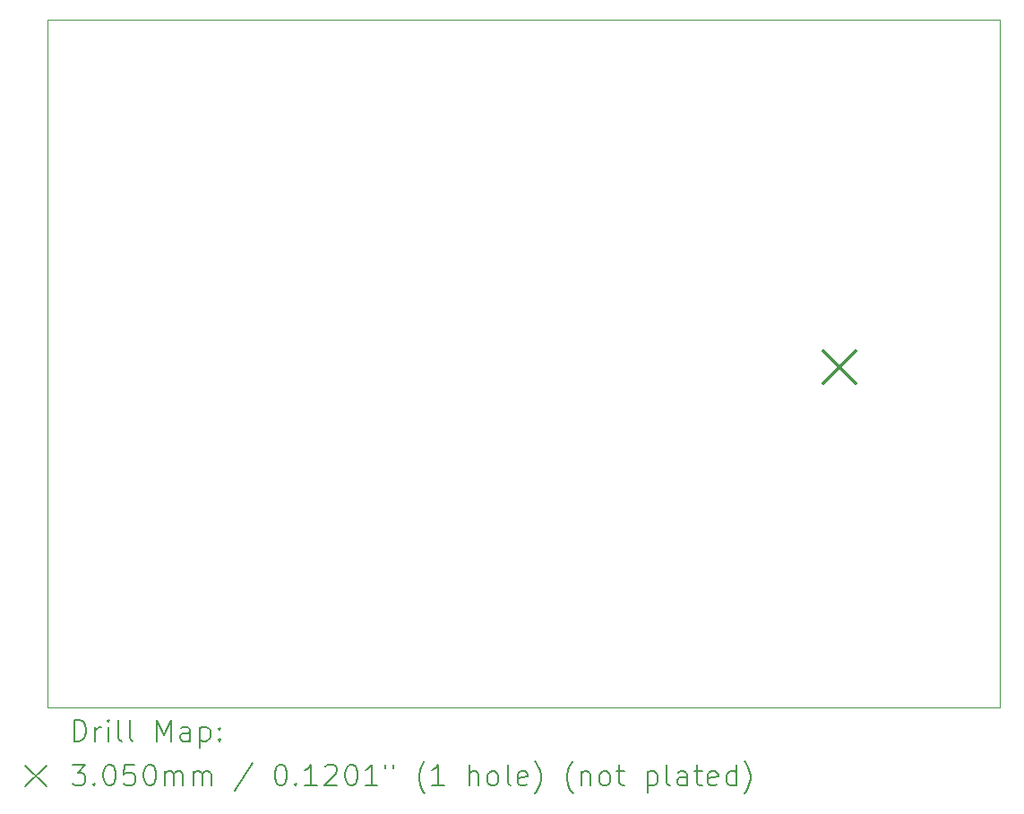
<source format=gbr>
%TF.GenerationSoftware,KiCad,Pcbnew,8.0.2*%
%TF.CreationDate,2024-07-09T10:44:00+02:00*%
%TF.ProjectId,Indicator_voltage,496e6469-6361-4746-9f72-5f766f6c7461,rev?*%
%TF.SameCoordinates,Original*%
%TF.FileFunction,Drillmap*%
%TF.FilePolarity,Positive*%
%FSLAX45Y45*%
G04 Gerber Fmt 4.5, Leading zero omitted, Abs format (unit mm)*
G04 Created by KiCad (PCBNEW 8.0.2) date 2024-07-09 10:44:00*
%MOMM*%
%LPD*%
G01*
G04 APERTURE LIST*
%ADD10C,0.100000*%
%ADD11C,0.200000*%
%ADD12C,0.305000*%
G04 APERTURE END LIST*
D10*
X3500000Y-4500000D02*
X12500000Y-4500000D01*
X12500000Y-11000000D01*
X3500000Y-11000000D01*
X3500000Y-4500000D01*
D11*
D12*
X10831500Y-7632500D02*
X11136500Y-7937500D01*
X11136500Y-7632500D02*
X10831500Y-7937500D01*
D11*
X3755777Y-11316484D02*
X3755777Y-11116484D01*
X3755777Y-11116484D02*
X3803396Y-11116484D01*
X3803396Y-11116484D02*
X3831967Y-11126008D01*
X3831967Y-11126008D02*
X3851015Y-11145055D01*
X3851015Y-11145055D02*
X3860539Y-11164103D01*
X3860539Y-11164103D02*
X3870062Y-11202198D01*
X3870062Y-11202198D02*
X3870062Y-11230769D01*
X3870062Y-11230769D02*
X3860539Y-11268865D01*
X3860539Y-11268865D02*
X3851015Y-11287912D01*
X3851015Y-11287912D02*
X3831967Y-11306960D01*
X3831967Y-11306960D02*
X3803396Y-11316484D01*
X3803396Y-11316484D02*
X3755777Y-11316484D01*
X3955777Y-11316484D02*
X3955777Y-11183150D01*
X3955777Y-11221246D02*
X3965301Y-11202198D01*
X3965301Y-11202198D02*
X3974824Y-11192674D01*
X3974824Y-11192674D02*
X3993872Y-11183150D01*
X3993872Y-11183150D02*
X4012920Y-11183150D01*
X4079586Y-11316484D02*
X4079586Y-11183150D01*
X4079586Y-11116484D02*
X4070062Y-11126008D01*
X4070062Y-11126008D02*
X4079586Y-11135531D01*
X4079586Y-11135531D02*
X4089110Y-11126008D01*
X4089110Y-11126008D02*
X4079586Y-11116484D01*
X4079586Y-11116484D02*
X4079586Y-11135531D01*
X4203396Y-11316484D02*
X4184348Y-11306960D01*
X4184348Y-11306960D02*
X4174824Y-11287912D01*
X4174824Y-11287912D02*
X4174824Y-11116484D01*
X4308158Y-11316484D02*
X4289110Y-11306960D01*
X4289110Y-11306960D02*
X4279586Y-11287912D01*
X4279586Y-11287912D02*
X4279586Y-11116484D01*
X4536729Y-11316484D02*
X4536729Y-11116484D01*
X4536729Y-11116484D02*
X4603396Y-11259341D01*
X4603396Y-11259341D02*
X4670063Y-11116484D01*
X4670063Y-11116484D02*
X4670063Y-11316484D01*
X4851015Y-11316484D02*
X4851015Y-11211722D01*
X4851015Y-11211722D02*
X4841491Y-11192674D01*
X4841491Y-11192674D02*
X4822444Y-11183150D01*
X4822444Y-11183150D02*
X4784348Y-11183150D01*
X4784348Y-11183150D02*
X4765301Y-11192674D01*
X4851015Y-11306960D02*
X4831967Y-11316484D01*
X4831967Y-11316484D02*
X4784348Y-11316484D01*
X4784348Y-11316484D02*
X4765301Y-11306960D01*
X4765301Y-11306960D02*
X4755777Y-11287912D01*
X4755777Y-11287912D02*
X4755777Y-11268865D01*
X4755777Y-11268865D02*
X4765301Y-11249817D01*
X4765301Y-11249817D02*
X4784348Y-11240293D01*
X4784348Y-11240293D02*
X4831967Y-11240293D01*
X4831967Y-11240293D02*
X4851015Y-11230769D01*
X4946253Y-11183150D02*
X4946253Y-11383150D01*
X4946253Y-11192674D02*
X4965301Y-11183150D01*
X4965301Y-11183150D02*
X5003396Y-11183150D01*
X5003396Y-11183150D02*
X5022444Y-11192674D01*
X5022444Y-11192674D02*
X5031967Y-11202198D01*
X5031967Y-11202198D02*
X5041491Y-11221246D01*
X5041491Y-11221246D02*
X5041491Y-11278388D01*
X5041491Y-11278388D02*
X5031967Y-11297436D01*
X5031967Y-11297436D02*
X5022444Y-11306960D01*
X5022444Y-11306960D02*
X5003396Y-11316484D01*
X5003396Y-11316484D02*
X4965301Y-11316484D01*
X4965301Y-11316484D02*
X4946253Y-11306960D01*
X5127205Y-11297436D02*
X5136729Y-11306960D01*
X5136729Y-11306960D02*
X5127205Y-11316484D01*
X5127205Y-11316484D02*
X5117682Y-11306960D01*
X5117682Y-11306960D02*
X5127205Y-11297436D01*
X5127205Y-11297436D02*
X5127205Y-11316484D01*
X5127205Y-11192674D02*
X5136729Y-11202198D01*
X5136729Y-11202198D02*
X5127205Y-11211722D01*
X5127205Y-11211722D02*
X5117682Y-11202198D01*
X5117682Y-11202198D02*
X5127205Y-11192674D01*
X5127205Y-11192674D02*
X5127205Y-11211722D01*
X3295000Y-11545000D02*
X3495000Y-11745000D01*
X3495000Y-11545000D02*
X3295000Y-11745000D01*
X3736729Y-11536484D02*
X3860539Y-11536484D01*
X3860539Y-11536484D02*
X3793872Y-11612674D01*
X3793872Y-11612674D02*
X3822443Y-11612674D01*
X3822443Y-11612674D02*
X3841491Y-11622198D01*
X3841491Y-11622198D02*
X3851015Y-11631722D01*
X3851015Y-11631722D02*
X3860539Y-11650769D01*
X3860539Y-11650769D02*
X3860539Y-11698388D01*
X3860539Y-11698388D02*
X3851015Y-11717436D01*
X3851015Y-11717436D02*
X3841491Y-11726960D01*
X3841491Y-11726960D02*
X3822443Y-11736484D01*
X3822443Y-11736484D02*
X3765301Y-11736484D01*
X3765301Y-11736484D02*
X3746253Y-11726960D01*
X3746253Y-11726960D02*
X3736729Y-11717436D01*
X3946253Y-11717436D02*
X3955777Y-11726960D01*
X3955777Y-11726960D02*
X3946253Y-11736484D01*
X3946253Y-11736484D02*
X3936729Y-11726960D01*
X3936729Y-11726960D02*
X3946253Y-11717436D01*
X3946253Y-11717436D02*
X3946253Y-11736484D01*
X4079586Y-11536484D02*
X4098634Y-11536484D01*
X4098634Y-11536484D02*
X4117682Y-11546008D01*
X4117682Y-11546008D02*
X4127205Y-11555531D01*
X4127205Y-11555531D02*
X4136729Y-11574579D01*
X4136729Y-11574579D02*
X4146253Y-11612674D01*
X4146253Y-11612674D02*
X4146253Y-11660293D01*
X4146253Y-11660293D02*
X4136729Y-11698388D01*
X4136729Y-11698388D02*
X4127205Y-11717436D01*
X4127205Y-11717436D02*
X4117682Y-11726960D01*
X4117682Y-11726960D02*
X4098634Y-11736484D01*
X4098634Y-11736484D02*
X4079586Y-11736484D01*
X4079586Y-11736484D02*
X4060539Y-11726960D01*
X4060539Y-11726960D02*
X4051015Y-11717436D01*
X4051015Y-11717436D02*
X4041491Y-11698388D01*
X4041491Y-11698388D02*
X4031967Y-11660293D01*
X4031967Y-11660293D02*
X4031967Y-11612674D01*
X4031967Y-11612674D02*
X4041491Y-11574579D01*
X4041491Y-11574579D02*
X4051015Y-11555531D01*
X4051015Y-11555531D02*
X4060539Y-11546008D01*
X4060539Y-11546008D02*
X4079586Y-11536484D01*
X4327205Y-11536484D02*
X4231967Y-11536484D01*
X4231967Y-11536484D02*
X4222444Y-11631722D01*
X4222444Y-11631722D02*
X4231967Y-11622198D01*
X4231967Y-11622198D02*
X4251015Y-11612674D01*
X4251015Y-11612674D02*
X4298634Y-11612674D01*
X4298634Y-11612674D02*
X4317682Y-11622198D01*
X4317682Y-11622198D02*
X4327205Y-11631722D01*
X4327205Y-11631722D02*
X4336729Y-11650769D01*
X4336729Y-11650769D02*
X4336729Y-11698388D01*
X4336729Y-11698388D02*
X4327205Y-11717436D01*
X4327205Y-11717436D02*
X4317682Y-11726960D01*
X4317682Y-11726960D02*
X4298634Y-11736484D01*
X4298634Y-11736484D02*
X4251015Y-11736484D01*
X4251015Y-11736484D02*
X4231967Y-11726960D01*
X4231967Y-11726960D02*
X4222444Y-11717436D01*
X4460539Y-11536484D02*
X4479586Y-11536484D01*
X4479586Y-11536484D02*
X4498634Y-11546008D01*
X4498634Y-11546008D02*
X4508158Y-11555531D01*
X4508158Y-11555531D02*
X4517682Y-11574579D01*
X4517682Y-11574579D02*
X4527205Y-11612674D01*
X4527205Y-11612674D02*
X4527205Y-11660293D01*
X4527205Y-11660293D02*
X4517682Y-11698388D01*
X4517682Y-11698388D02*
X4508158Y-11717436D01*
X4508158Y-11717436D02*
X4498634Y-11726960D01*
X4498634Y-11726960D02*
X4479586Y-11736484D01*
X4479586Y-11736484D02*
X4460539Y-11736484D01*
X4460539Y-11736484D02*
X4441491Y-11726960D01*
X4441491Y-11726960D02*
X4431967Y-11717436D01*
X4431967Y-11717436D02*
X4422444Y-11698388D01*
X4422444Y-11698388D02*
X4412920Y-11660293D01*
X4412920Y-11660293D02*
X4412920Y-11612674D01*
X4412920Y-11612674D02*
X4422444Y-11574579D01*
X4422444Y-11574579D02*
X4431967Y-11555531D01*
X4431967Y-11555531D02*
X4441491Y-11546008D01*
X4441491Y-11546008D02*
X4460539Y-11536484D01*
X4612920Y-11736484D02*
X4612920Y-11603150D01*
X4612920Y-11622198D02*
X4622444Y-11612674D01*
X4622444Y-11612674D02*
X4641491Y-11603150D01*
X4641491Y-11603150D02*
X4670063Y-11603150D01*
X4670063Y-11603150D02*
X4689110Y-11612674D01*
X4689110Y-11612674D02*
X4698634Y-11631722D01*
X4698634Y-11631722D02*
X4698634Y-11736484D01*
X4698634Y-11631722D02*
X4708158Y-11612674D01*
X4708158Y-11612674D02*
X4727205Y-11603150D01*
X4727205Y-11603150D02*
X4755777Y-11603150D01*
X4755777Y-11603150D02*
X4774825Y-11612674D01*
X4774825Y-11612674D02*
X4784348Y-11631722D01*
X4784348Y-11631722D02*
X4784348Y-11736484D01*
X4879586Y-11736484D02*
X4879586Y-11603150D01*
X4879586Y-11622198D02*
X4889110Y-11612674D01*
X4889110Y-11612674D02*
X4908158Y-11603150D01*
X4908158Y-11603150D02*
X4936729Y-11603150D01*
X4936729Y-11603150D02*
X4955777Y-11612674D01*
X4955777Y-11612674D02*
X4965301Y-11631722D01*
X4965301Y-11631722D02*
X4965301Y-11736484D01*
X4965301Y-11631722D02*
X4974825Y-11612674D01*
X4974825Y-11612674D02*
X4993872Y-11603150D01*
X4993872Y-11603150D02*
X5022444Y-11603150D01*
X5022444Y-11603150D02*
X5041491Y-11612674D01*
X5041491Y-11612674D02*
X5051015Y-11631722D01*
X5051015Y-11631722D02*
X5051015Y-11736484D01*
X5441491Y-11526960D02*
X5270063Y-11784103D01*
X5698634Y-11536484D02*
X5717682Y-11536484D01*
X5717682Y-11536484D02*
X5736729Y-11546008D01*
X5736729Y-11546008D02*
X5746253Y-11555531D01*
X5746253Y-11555531D02*
X5755777Y-11574579D01*
X5755777Y-11574579D02*
X5765301Y-11612674D01*
X5765301Y-11612674D02*
X5765301Y-11660293D01*
X5765301Y-11660293D02*
X5755777Y-11698388D01*
X5755777Y-11698388D02*
X5746253Y-11717436D01*
X5746253Y-11717436D02*
X5736729Y-11726960D01*
X5736729Y-11726960D02*
X5717682Y-11736484D01*
X5717682Y-11736484D02*
X5698634Y-11736484D01*
X5698634Y-11736484D02*
X5679586Y-11726960D01*
X5679586Y-11726960D02*
X5670063Y-11717436D01*
X5670063Y-11717436D02*
X5660539Y-11698388D01*
X5660539Y-11698388D02*
X5651015Y-11660293D01*
X5651015Y-11660293D02*
X5651015Y-11612674D01*
X5651015Y-11612674D02*
X5660539Y-11574579D01*
X5660539Y-11574579D02*
X5670063Y-11555531D01*
X5670063Y-11555531D02*
X5679586Y-11546008D01*
X5679586Y-11546008D02*
X5698634Y-11536484D01*
X5851015Y-11717436D02*
X5860539Y-11726960D01*
X5860539Y-11726960D02*
X5851015Y-11736484D01*
X5851015Y-11736484D02*
X5841491Y-11726960D01*
X5841491Y-11726960D02*
X5851015Y-11717436D01*
X5851015Y-11717436D02*
X5851015Y-11736484D01*
X6051015Y-11736484D02*
X5936729Y-11736484D01*
X5993872Y-11736484D02*
X5993872Y-11536484D01*
X5993872Y-11536484D02*
X5974825Y-11565055D01*
X5974825Y-11565055D02*
X5955777Y-11584103D01*
X5955777Y-11584103D02*
X5936729Y-11593627D01*
X6127206Y-11555531D02*
X6136729Y-11546008D01*
X6136729Y-11546008D02*
X6155777Y-11536484D01*
X6155777Y-11536484D02*
X6203396Y-11536484D01*
X6203396Y-11536484D02*
X6222444Y-11546008D01*
X6222444Y-11546008D02*
X6231967Y-11555531D01*
X6231967Y-11555531D02*
X6241491Y-11574579D01*
X6241491Y-11574579D02*
X6241491Y-11593627D01*
X6241491Y-11593627D02*
X6231967Y-11622198D01*
X6231967Y-11622198D02*
X6117682Y-11736484D01*
X6117682Y-11736484D02*
X6241491Y-11736484D01*
X6365301Y-11536484D02*
X6384348Y-11536484D01*
X6384348Y-11536484D02*
X6403396Y-11546008D01*
X6403396Y-11546008D02*
X6412920Y-11555531D01*
X6412920Y-11555531D02*
X6422444Y-11574579D01*
X6422444Y-11574579D02*
X6431967Y-11612674D01*
X6431967Y-11612674D02*
X6431967Y-11660293D01*
X6431967Y-11660293D02*
X6422444Y-11698388D01*
X6422444Y-11698388D02*
X6412920Y-11717436D01*
X6412920Y-11717436D02*
X6403396Y-11726960D01*
X6403396Y-11726960D02*
X6384348Y-11736484D01*
X6384348Y-11736484D02*
X6365301Y-11736484D01*
X6365301Y-11736484D02*
X6346253Y-11726960D01*
X6346253Y-11726960D02*
X6336729Y-11717436D01*
X6336729Y-11717436D02*
X6327206Y-11698388D01*
X6327206Y-11698388D02*
X6317682Y-11660293D01*
X6317682Y-11660293D02*
X6317682Y-11612674D01*
X6317682Y-11612674D02*
X6327206Y-11574579D01*
X6327206Y-11574579D02*
X6336729Y-11555531D01*
X6336729Y-11555531D02*
X6346253Y-11546008D01*
X6346253Y-11546008D02*
X6365301Y-11536484D01*
X6622444Y-11736484D02*
X6508158Y-11736484D01*
X6565301Y-11736484D02*
X6565301Y-11536484D01*
X6565301Y-11536484D02*
X6546253Y-11565055D01*
X6546253Y-11565055D02*
X6527206Y-11584103D01*
X6527206Y-11584103D02*
X6508158Y-11593627D01*
X6698634Y-11536484D02*
X6698634Y-11574579D01*
X6774825Y-11536484D02*
X6774825Y-11574579D01*
X7070063Y-11812674D02*
X7060539Y-11803150D01*
X7060539Y-11803150D02*
X7041491Y-11774579D01*
X7041491Y-11774579D02*
X7031968Y-11755531D01*
X7031968Y-11755531D02*
X7022444Y-11726960D01*
X7022444Y-11726960D02*
X7012920Y-11679341D01*
X7012920Y-11679341D02*
X7012920Y-11641246D01*
X7012920Y-11641246D02*
X7022444Y-11593627D01*
X7022444Y-11593627D02*
X7031968Y-11565055D01*
X7031968Y-11565055D02*
X7041491Y-11546008D01*
X7041491Y-11546008D02*
X7060539Y-11517436D01*
X7060539Y-11517436D02*
X7070063Y-11507912D01*
X7251015Y-11736484D02*
X7136729Y-11736484D01*
X7193872Y-11736484D02*
X7193872Y-11536484D01*
X7193872Y-11536484D02*
X7174825Y-11565055D01*
X7174825Y-11565055D02*
X7155777Y-11584103D01*
X7155777Y-11584103D02*
X7136729Y-11593627D01*
X7489110Y-11736484D02*
X7489110Y-11536484D01*
X7574825Y-11736484D02*
X7574825Y-11631722D01*
X7574825Y-11631722D02*
X7565301Y-11612674D01*
X7565301Y-11612674D02*
X7546253Y-11603150D01*
X7546253Y-11603150D02*
X7517682Y-11603150D01*
X7517682Y-11603150D02*
X7498634Y-11612674D01*
X7498634Y-11612674D02*
X7489110Y-11622198D01*
X7698634Y-11736484D02*
X7679587Y-11726960D01*
X7679587Y-11726960D02*
X7670063Y-11717436D01*
X7670063Y-11717436D02*
X7660539Y-11698388D01*
X7660539Y-11698388D02*
X7660539Y-11641246D01*
X7660539Y-11641246D02*
X7670063Y-11622198D01*
X7670063Y-11622198D02*
X7679587Y-11612674D01*
X7679587Y-11612674D02*
X7698634Y-11603150D01*
X7698634Y-11603150D02*
X7727206Y-11603150D01*
X7727206Y-11603150D02*
X7746253Y-11612674D01*
X7746253Y-11612674D02*
X7755777Y-11622198D01*
X7755777Y-11622198D02*
X7765301Y-11641246D01*
X7765301Y-11641246D02*
X7765301Y-11698388D01*
X7765301Y-11698388D02*
X7755777Y-11717436D01*
X7755777Y-11717436D02*
X7746253Y-11726960D01*
X7746253Y-11726960D02*
X7727206Y-11736484D01*
X7727206Y-11736484D02*
X7698634Y-11736484D01*
X7879587Y-11736484D02*
X7860539Y-11726960D01*
X7860539Y-11726960D02*
X7851015Y-11707912D01*
X7851015Y-11707912D02*
X7851015Y-11536484D01*
X8031968Y-11726960D02*
X8012920Y-11736484D01*
X8012920Y-11736484D02*
X7974825Y-11736484D01*
X7974825Y-11736484D02*
X7955777Y-11726960D01*
X7955777Y-11726960D02*
X7946253Y-11707912D01*
X7946253Y-11707912D02*
X7946253Y-11631722D01*
X7946253Y-11631722D02*
X7955777Y-11612674D01*
X7955777Y-11612674D02*
X7974825Y-11603150D01*
X7974825Y-11603150D02*
X8012920Y-11603150D01*
X8012920Y-11603150D02*
X8031968Y-11612674D01*
X8031968Y-11612674D02*
X8041491Y-11631722D01*
X8041491Y-11631722D02*
X8041491Y-11650769D01*
X8041491Y-11650769D02*
X7946253Y-11669817D01*
X8108158Y-11812674D02*
X8117682Y-11803150D01*
X8117682Y-11803150D02*
X8136730Y-11774579D01*
X8136730Y-11774579D02*
X8146253Y-11755531D01*
X8146253Y-11755531D02*
X8155777Y-11726960D01*
X8155777Y-11726960D02*
X8165301Y-11679341D01*
X8165301Y-11679341D02*
X8165301Y-11641246D01*
X8165301Y-11641246D02*
X8155777Y-11593627D01*
X8155777Y-11593627D02*
X8146253Y-11565055D01*
X8146253Y-11565055D02*
X8136730Y-11546008D01*
X8136730Y-11546008D02*
X8117682Y-11517436D01*
X8117682Y-11517436D02*
X8108158Y-11507912D01*
X8470063Y-11812674D02*
X8460539Y-11803150D01*
X8460539Y-11803150D02*
X8441492Y-11774579D01*
X8441492Y-11774579D02*
X8431968Y-11755531D01*
X8431968Y-11755531D02*
X8422444Y-11726960D01*
X8422444Y-11726960D02*
X8412920Y-11679341D01*
X8412920Y-11679341D02*
X8412920Y-11641246D01*
X8412920Y-11641246D02*
X8422444Y-11593627D01*
X8422444Y-11593627D02*
X8431968Y-11565055D01*
X8431968Y-11565055D02*
X8441492Y-11546008D01*
X8441492Y-11546008D02*
X8460539Y-11517436D01*
X8460539Y-11517436D02*
X8470063Y-11507912D01*
X8546253Y-11603150D02*
X8546253Y-11736484D01*
X8546253Y-11622198D02*
X8555777Y-11612674D01*
X8555777Y-11612674D02*
X8574825Y-11603150D01*
X8574825Y-11603150D02*
X8603396Y-11603150D01*
X8603396Y-11603150D02*
X8622444Y-11612674D01*
X8622444Y-11612674D02*
X8631968Y-11631722D01*
X8631968Y-11631722D02*
X8631968Y-11736484D01*
X8755777Y-11736484D02*
X8736730Y-11726960D01*
X8736730Y-11726960D02*
X8727206Y-11717436D01*
X8727206Y-11717436D02*
X8717682Y-11698388D01*
X8717682Y-11698388D02*
X8717682Y-11641246D01*
X8717682Y-11641246D02*
X8727206Y-11622198D01*
X8727206Y-11622198D02*
X8736730Y-11612674D01*
X8736730Y-11612674D02*
X8755777Y-11603150D01*
X8755777Y-11603150D02*
X8784349Y-11603150D01*
X8784349Y-11603150D02*
X8803396Y-11612674D01*
X8803396Y-11612674D02*
X8812920Y-11622198D01*
X8812920Y-11622198D02*
X8822444Y-11641246D01*
X8822444Y-11641246D02*
X8822444Y-11698388D01*
X8822444Y-11698388D02*
X8812920Y-11717436D01*
X8812920Y-11717436D02*
X8803396Y-11726960D01*
X8803396Y-11726960D02*
X8784349Y-11736484D01*
X8784349Y-11736484D02*
X8755777Y-11736484D01*
X8879587Y-11603150D02*
X8955777Y-11603150D01*
X8908158Y-11536484D02*
X8908158Y-11707912D01*
X8908158Y-11707912D02*
X8917682Y-11726960D01*
X8917682Y-11726960D02*
X8936730Y-11736484D01*
X8936730Y-11736484D02*
X8955777Y-11736484D01*
X9174825Y-11603150D02*
X9174825Y-11803150D01*
X9174825Y-11612674D02*
X9193873Y-11603150D01*
X9193873Y-11603150D02*
X9231968Y-11603150D01*
X9231968Y-11603150D02*
X9251015Y-11612674D01*
X9251015Y-11612674D02*
X9260539Y-11622198D01*
X9260539Y-11622198D02*
X9270063Y-11641246D01*
X9270063Y-11641246D02*
X9270063Y-11698388D01*
X9270063Y-11698388D02*
X9260539Y-11717436D01*
X9260539Y-11717436D02*
X9251015Y-11726960D01*
X9251015Y-11726960D02*
X9231968Y-11736484D01*
X9231968Y-11736484D02*
X9193873Y-11736484D01*
X9193873Y-11736484D02*
X9174825Y-11726960D01*
X9384349Y-11736484D02*
X9365301Y-11726960D01*
X9365301Y-11726960D02*
X9355777Y-11707912D01*
X9355777Y-11707912D02*
X9355777Y-11536484D01*
X9546254Y-11736484D02*
X9546254Y-11631722D01*
X9546254Y-11631722D02*
X9536730Y-11612674D01*
X9536730Y-11612674D02*
X9517682Y-11603150D01*
X9517682Y-11603150D02*
X9479587Y-11603150D01*
X9479587Y-11603150D02*
X9460539Y-11612674D01*
X9546254Y-11726960D02*
X9527206Y-11736484D01*
X9527206Y-11736484D02*
X9479587Y-11736484D01*
X9479587Y-11736484D02*
X9460539Y-11726960D01*
X9460539Y-11726960D02*
X9451015Y-11707912D01*
X9451015Y-11707912D02*
X9451015Y-11688865D01*
X9451015Y-11688865D02*
X9460539Y-11669817D01*
X9460539Y-11669817D02*
X9479587Y-11660293D01*
X9479587Y-11660293D02*
X9527206Y-11660293D01*
X9527206Y-11660293D02*
X9546254Y-11650769D01*
X9612920Y-11603150D02*
X9689111Y-11603150D01*
X9641492Y-11536484D02*
X9641492Y-11707912D01*
X9641492Y-11707912D02*
X9651015Y-11726960D01*
X9651015Y-11726960D02*
X9670063Y-11736484D01*
X9670063Y-11736484D02*
X9689111Y-11736484D01*
X9831968Y-11726960D02*
X9812920Y-11736484D01*
X9812920Y-11736484D02*
X9774825Y-11736484D01*
X9774825Y-11736484D02*
X9755777Y-11726960D01*
X9755777Y-11726960D02*
X9746254Y-11707912D01*
X9746254Y-11707912D02*
X9746254Y-11631722D01*
X9746254Y-11631722D02*
X9755777Y-11612674D01*
X9755777Y-11612674D02*
X9774825Y-11603150D01*
X9774825Y-11603150D02*
X9812920Y-11603150D01*
X9812920Y-11603150D02*
X9831968Y-11612674D01*
X9831968Y-11612674D02*
X9841492Y-11631722D01*
X9841492Y-11631722D02*
X9841492Y-11650769D01*
X9841492Y-11650769D02*
X9746254Y-11669817D01*
X10012920Y-11736484D02*
X10012920Y-11536484D01*
X10012920Y-11726960D02*
X9993873Y-11736484D01*
X9993873Y-11736484D02*
X9955777Y-11736484D01*
X9955777Y-11736484D02*
X9936730Y-11726960D01*
X9936730Y-11726960D02*
X9927206Y-11717436D01*
X9927206Y-11717436D02*
X9917682Y-11698388D01*
X9917682Y-11698388D02*
X9917682Y-11641246D01*
X9917682Y-11641246D02*
X9927206Y-11622198D01*
X9927206Y-11622198D02*
X9936730Y-11612674D01*
X9936730Y-11612674D02*
X9955777Y-11603150D01*
X9955777Y-11603150D02*
X9993873Y-11603150D01*
X9993873Y-11603150D02*
X10012920Y-11612674D01*
X10089111Y-11812674D02*
X10098635Y-11803150D01*
X10098635Y-11803150D02*
X10117682Y-11774579D01*
X10117682Y-11774579D02*
X10127206Y-11755531D01*
X10127206Y-11755531D02*
X10136730Y-11726960D01*
X10136730Y-11726960D02*
X10146254Y-11679341D01*
X10146254Y-11679341D02*
X10146254Y-11641246D01*
X10146254Y-11641246D02*
X10136730Y-11593627D01*
X10136730Y-11593627D02*
X10127206Y-11565055D01*
X10127206Y-11565055D02*
X10117682Y-11546008D01*
X10117682Y-11546008D02*
X10098635Y-11517436D01*
X10098635Y-11517436D02*
X10089111Y-11507912D01*
M02*

</source>
